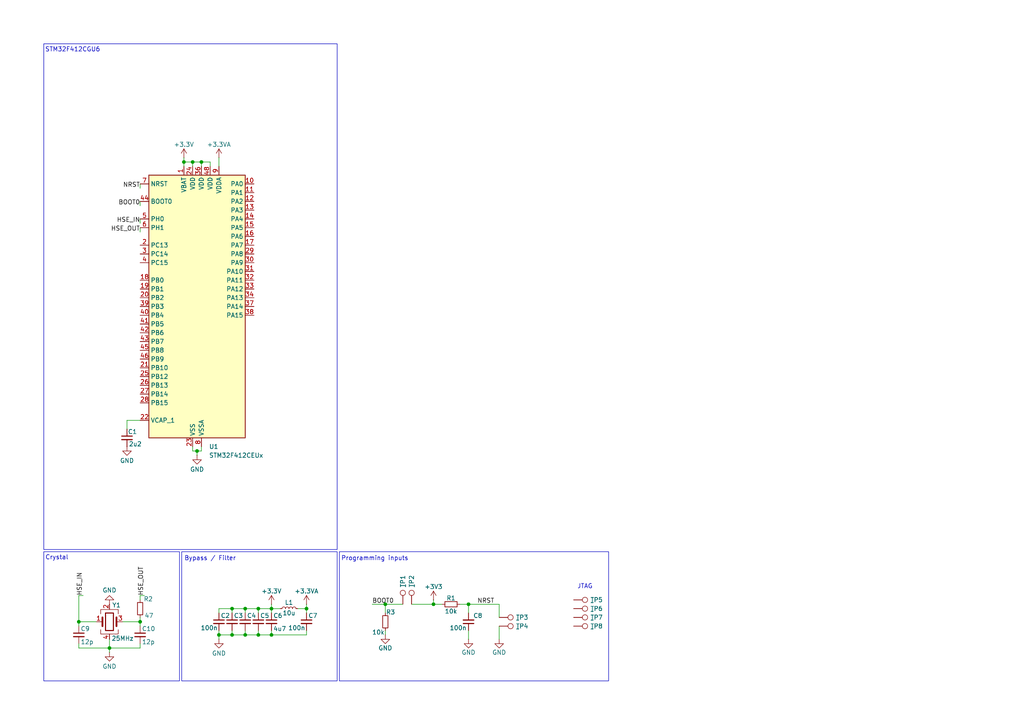
<source format=kicad_sch>
(kicad_sch (version 20231120) (generator "eeschema") (generator_version "8.0")
  (paper "A4")
  (lib_symbols
    (symbol "Connector:TestPoint" (pin_numbers hide) (pin_names (offset 0.762) hide)
      (property "Reference" "TP" (at 0 6.858 0))
      (property "Value" "TestPoint" (at 0 5.08 0))
      (symbol "TestPoint_0_1"
        (circle (center 0 3.302) (radius 0.762))
      )
      (symbol "TestPoint_1_1"
        (pin passive line (at 0 0 90) (length 2.54) (name "1") (number "1"))
      )
    )
    (symbol "Device:C_Small" (pin_numbers hide) (pin_names (offset 0.254) hide)
      (property "Reference" "C" (at 0.254 1.778 0))
      (property "Value" "C_Small" (at 0.254 -2.032 0))
      (symbol "C_Small_0_1"
        (polyline (pts (xy -1.524 -0.508) (xy 1.524 -0.508)) (stroke (width 0.3302)))
        (polyline (pts (xy -1.524 0.508) (xy 1.524 0.508)) (stroke (width 0.3048)))
      )
      (symbol "C_Small_1_1"
        (pin passive line (at 0 2.54 270) (length 2.032) (name "~") (number "1"))
        (pin passive line (at 0 -2.54 90) (length 2.032) (name "~") (number "2"))
      )
    )
    (symbol "Device:Crystal_GND24" (pin_names (offset 1.016) hide)
      (property "Reference" "Y" (at 3.175 5.08 0))
      (property "Value" "Crystal_GND24" (at 3.175 3.175 0))
      (symbol "Crystal_GND24_0_1"
        (rectangle (start -1.143 2.54) (end 1.143 -2.54) (stroke (width 0.3048)))
        (polyline (pts (xy -2.54 0) (xy -2.032 0)))
        (polyline (pts (xy -2.032 -1.27) (xy -2.032 1.27)) (stroke (width 0.508)))
        (polyline (pts (xy 0 -3.81) (xy 0 -3.556)))
        (polyline (pts (xy 0 3.556) (xy 0 3.81)))
        (polyline (pts (xy 2.032 -1.27) (xy 2.032 1.27)) (stroke (width 0.508)))
        (polyline (pts (xy 2.032 0) (xy 2.54 0)))
        (polyline (pts (xy -2.54 -2.286) (xy -2.54 -3.556) (xy 2.54 -3.556) (xy 2.54 -2.286)))
        (polyline (pts (xy -2.54 2.286) (xy -2.54 3.556) (xy 2.54 3.556) (xy 2.54 2.286)))
      )
      (symbol "Crystal_GND24_1_1"
        (pin passive line (at -3.81 0 0) (length 1.27) (name "1") (number "1"))
        (pin passive line (at 0 5.08 270) (length 1.27) (name "2") (number "2"))
        (pin passive line (at 3.81 0 180) (length 1.27) (name "3") (number "3"))
        (pin passive line (at 0 -5.08 90) (length 1.27) (name "4") (number "4"))
      )
    )
    (symbol "Device:L_Small" (pin_numbers hide) (pin_names (offset 0.254) hide)
      (property "Reference" "L" (at 0.762 1.016 0))
      (property "Value" "L_Small" (at 0.762 -1.016 0))
      (symbol "L_Small_0_1"
        (arc (start 0 -2.032) (mid 0.5058 -1.524) (end 0 -1.016))
        (arc (start 0 -1.016) (mid 0.5058 -0.508) (end 0 0))
        (arc (start 0 0) (mid 0.5058 0.508) (end 0 1.016))
        (arc (start 0 1.016) (mid 0.5058 1.524) (end 0 2.032))
      )
      (symbol "L_Small_1_1"
        (pin passive line (at 0 2.54 270) (length 0.508) (name "~") (number "1"))
        (pin passive line (at 0 -2.54 90) (length 0.508) (name "~") (number "2"))
      )
    )
    (symbol "Device:R_Small" (pin_numbers hide) (pin_names (offset 0.254) hide)
      (property "Reference" "R" (at 0.762 0.508 0))
      (property "Value" "R_Small" (at 0.762 -1.016 0))
      (symbol "R_Small_0_1"
        (rectangle (start -0.762 1.778) (end 0.762 -1.778) (stroke (width 0.2032)))
      )
      (symbol "R_Small_1_1"
        (pin passive line (at 0 2.54 270) (length 0.762) (name "~") (number "1"))
        (pin passive line (at 0 -2.54 90) (length 0.762) (name "~") (number "2"))
      )
    )
    (symbol "MCU_ST_STM32F4:STM32F412CEUx"
      (property "Reference" "U" (at -12.7 39.37 0))
      (property "Value" "STM32F412CEUx" (at 10.16 39.37 0))
      (symbol "STM32F412CEUx_0_1"
        (rectangle (start -12.7 -38.1) (end 15.24 38.1) (stroke (width 0.254)) (fill (type background)))
      )
      (symbol "STM32F412CEUx_1_1"
        (pin power_in line (at -2.54 40.64 270) (length 2.54) (name "VBAT") (number "1"))
        (pin bidirectional line (at 17.78 35.56 180) (length 2.54) (name "PA0") (number "10"))
        (pin bidirectional line (at 17.78 33.02 180) (length 2.54) (name "PA1") (number "11"))
        (pin bidirectional line (at 17.78 30.48 180) (length 2.54) (name "PA2") (number "12"))
        (pin bidirectional line (at 17.78 27.94 180) (length 2.54) (name "PA3") (number "13"))
        (pin bidirectional line (at 17.78 25.4 180) (length 2.54) (name "PA4") (number "14"))
        (pin bidirectional line (at 17.78 22.86 180) (length 2.54) (name "PA5") (number "15"))
        (pin bidirectional line (at 17.78 20.32 180) (length 2.54) (name "PA6") (number "16"))
        (pin bidirectional line (at 17.78 17.78 180) (length 2.54) (name "PA7") (number "17"))
        (pin bidirectional line (at -15.24 7.62 0) (length 2.54) (name "PB0") (number "18"))
        (pin bidirectional line (at -15.24 5.08 0) (length 2.54) (name "PB1") (number "19"))
        (pin bidirectional line (at -15.24 17.78 0) (length 2.54) (name "PC13") (number "2"))
        (pin bidirectional line (at -15.24 2.54 0) (length 2.54) (name "PB2") (number "20"))
        (pin bidirectional line (at -15.24 -17.78 0) (length 2.54) (name "PB10") (number "21"))
        (pin power_out line (at -15.24 -33.02 0) (length 2.54) (name "VCAP_1") (number "22"))
        (pin power_in line (at 0 -40.64 90) (length 2.54) (name "VSS") (number "23"))
        (pin power_in line (at 0 40.64 270) (length 2.54) (name "VDD") (number "24"))
        (pin bidirectional line (at -15.24 -20.32 0) (length 2.54) (name "PB12") (number "25"))
        (pin bidirectional line (at -15.24 -22.86 0) (length 2.54) (name "PB13") (number "26"))
        (pin bidirectional line (at -15.24 -25.4 0) (length 2.54) (name "PB14") (number "27"))
        (pin bidirectional line (at -15.24 -27.94 0) (length 2.54) (name "PB15") (number "28"))
        (pin bidirectional line (at 17.78 15.24 180) (length 2.54) (name "PA8") (number "29"))
        (pin bidirectional line (at -15.24 15.24 0) (length 2.54) (name "PC14") (number "3"))
        (pin bidirectional line (at 17.78 12.7 180) (length 2.54) (name "PA9") (number "30"))
        (pin bidirectional line (at 17.78 10.16 180) (length 2.54) (name "PA10") (number "31"))
        (pin bidirectional line (at 17.78 7.62 180) (length 2.54) (name "PA11") (number "32"))
        (pin bidirectional line (at 17.78 5.08 180) (length 2.54) (name "PA12") (number "33"))
        (pin bidirectional line (at 17.78 2.54 180) (length 2.54) (name "PA13") (number "34"))
        (pin passive line (at 0 -40.64 90) (length 2.54) hide (name "VSS") (number "35"))
        (pin power_in line (at 2.54 40.64 270) (length 2.54) (name "VDD") (number "36"))
        (pin bidirectional line (at 17.78 0 180) (length 2.54) (name "PA14") (number "37"))
        (pin bidirectional line (at 17.78 -2.54 180) (length 2.54) (name "PA15") (number "38"))
        (pin bidirectional line (at -15.24 0 0) (length 2.54) (name "PB3") (number "39"))
        (pin bidirectional line (at -15.24 12.7 0) (length 2.54) (name "PC15") (number "4"))
        (pin bidirectional line (at -15.24 -2.54 0) (length 2.54) (name "PB4") (number "40"))
        (pin bidirectional line (at -15.24 -5.08 0) (length 2.54) (name "PB5") (number "41"))
        (pin bidirectional line (at -15.24 -7.62 0) (length 2.54) (name "PB6") (number "42"))
        (pin bidirectional line (at -15.24 -10.16 0) (length 2.54) (name "PB7") (number "43"))
        (pin input line (at -15.24 30.48 0) (length 2.54) (name "BOOT0") (number "44"))
        (pin bidirectional line (at -15.24 -12.7 0) (length 2.54) (name "PB8") (number "45"))
        (pin bidirectional line (at -15.24 -15.24 0) (length 2.54) (name "PB9") (number "46"))
        (pin passive line (at 0 -40.64 90) (length 2.54) hide (name "VSS") (number "47"))
        (pin power_in line (at 5.08 40.64 270) (length 2.54) (name "VDD") (number "48"))
        (pin passive line (at 0 -40.64 90) (length 2.54) hide (name "VSS") (number "49"))
        (pin bidirectional line (at -15.24 25.4 0) (length 2.54) (name "PH0") (number "5"))
        (pin bidirectional line (at -15.24 22.86 0) (length 2.54) (name "PH1") (number "6"))
        (pin input line (at -15.24 35.56 0) (length 2.54) (name "NRST") (number "7"))
        (pin power_in line (at 2.54 -40.64 90) (length 2.54) (name "VSSA") (number "8"))
        (pin power_in line (at 7.62 40.64 270) (length 2.54) (name "VDDA") (number "9"))
      )
    )
    (symbol "power:+3.3V" (power) (pin_numbers hide) (pin_names (offset 0) hide)
      (property "Value" "+3.3V" (at 0 3.556 0))
      (symbol "+3.3V_0_1"
        (polyline (pts (xy -0.762 1.27) (xy 0 2.54)))
        (polyline (pts (xy 0 0) (xy 0 2.54)))
        (polyline (pts (xy 0 2.54) (xy 0.762 1.27)))
      )
      (symbol "+3.3V_1_1"
        (pin power_in line (at 0 0 90) (length 0) (name "~") (number "1"))
      )
    )
    (symbol "power:+3.3VA" (power) (pin_numbers hide) (pin_names (offset 0) hide)
      (property "Value" "+3.3VA" (at 0 3.556 0))
      (symbol "+3.3VA_0_1"
        (polyline (pts (xy -0.762 1.27) (xy 0 2.54)))
        (polyline (pts (xy 0 0) (xy 0 2.54)))
        (polyline (pts (xy 0 2.54) (xy 0.762 1.27)))
      )
      (symbol "+3.3VA_1_1"
        (pin power_in line (at 0 0 90) (length 0) (name "~") (number "1"))
      )
    )
    (symbol "power:+3V3" (power) (pin_numbers hide) (pin_names (offset 0) hide)
      (property "Value" "+3V3" (at 0 3.556 0))
      (symbol "+3V3_0_1"
        (polyline (pts (xy -0.762 1.27) (xy 0 2.54)))
        (polyline (pts (xy 0 0) (xy 0 2.54)))
        (polyline (pts (xy 0 2.54) (xy 0.762 1.27)))
      )
      (symbol "+3V3_1_1"
        (pin power_in line (at 0 0 90) (length 0) (name "~") (number "1"))
      )
    )
    (symbol "power:GND" (power) (pin_numbers hide) (pin_names (offset 0) hide)
      (property "Value" "GND" (at 0 -3.81 0))
      (symbol "GND_0_1"
        (polyline (pts (xy 0 0) (xy 0 -1.27) (xy 1.27 -1.27) (xy 0 -2.54) (xy -1.27 -1.27) (xy 0 -1.27)))
      )
      (symbol "GND_1_1"
        (pin power_in line (at 0 0 270) (length 0) (name "~") (number "1"))
      )
    )
  )
  (junction (at 78.74 184.15))
  (junction (at 74.93 176.53))
  (junction (at 125.73 175.26))
  (junction (at 55.88 46.99))
  (junction (at 67.31 184.15))
  (junction (at 78.74 176.53))
  (junction (at 88.9 176.53))
  (junction (at 71.12 184.15))
  (junction (at 74.93 184.15))
  (junction (at 71.12 176.53))
  (junction (at 22.86 180.34))
  (junction (at 135.89 175.26))
  (junction (at 67.31 176.53))
  (junction (at 53.34 46.99))
  (junction (at 111.76 175.26))
  (junction (at 58.42 46.99))
  (junction (at 57.15 130.81))
  (junction (at 63.5 184.15))
  (junction (at 40.64 180.34))
  (junction (at 31.75 187.96))
  (wire (pts (xy 40.64 187.96) (xy 40.64 186.69)))
  (wire (pts (xy 63.5 182.88) (xy 63.5 184.15)))
  (wire (pts (xy 107.95 175.26) (xy 111.76 175.26)))
  (wire (pts (xy 40.64 172.72) (xy 40.64 173.99)))
  (wire (pts (xy 55.88 46.99) (xy 58.42 46.99)))
  (wire (pts (xy 31.75 187.96) (xy 40.64 187.96)))
  (wire (pts (xy 74.93 176.53) (xy 71.12 176.53)))
  (wire (pts (xy 111.76 175.26) (xy 116.84 175.26)))
  (wire (pts (xy 133.35 175.26) (xy 135.89 175.26)))
  (wire (pts (xy 63.5 176.53) (xy 63.5 177.8)))
  (wire (pts (xy 67.31 176.53) (xy 63.5 176.53)))
  (wire (pts (xy 63.5 45.72) (xy 63.5 48.26)))
  (wire (pts (xy 78.74 176.53) (xy 74.93 176.53)))
  (wire (pts (xy 88.9 176.53) (xy 88.9 175.26)))
  (wire (pts (xy 135.89 182.88) (xy 135.89 185.42)))
  (wire (pts (xy 88.9 184.15) (xy 88.9 182.88)))
  (wire (pts (xy 31.75 189.23) (xy 31.75 187.96)))
  (wire (pts (xy 57.15 130.81) (xy 55.88 130.81)))
  (wire (pts (xy 40.64 59.69) (xy 40.64 58.42)))
  (wire (pts (xy 78.74 184.15) (xy 78.74 182.88)))
  (wire (pts (xy 135.89 175.26) (xy 135.89 177.8)))
  (wire (pts (xy 53.34 45.72) (xy 53.34 46.99)))
  (wire (pts (xy 67.31 182.88) (xy 67.31 184.15)))
  (wire (pts (xy 71.12 182.88) (xy 71.12 184.15)))
  (wire (pts (xy 36.83 124.46) (xy 36.83 121.92)))
  (wire (pts (xy 125.73 173.99) (xy 125.73 175.26)))
  (wire (pts (xy 111.76 182.88) (xy 111.76 184.15)))
  (wire (pts (xy 58.42 46.99) (xy 58.42 48.26)))
  (wire (pts (xy 40.64 54.61) (xy 40.64 53.34)))
  (wire (pts (xy 57.15 130.81) (xy 58.42 130.81)))
  (wire (pts (xy 135.89 175.26) (xy 144.78 175.26)))
  (wire (pts (xy 40.64 67.31) (xy 40.64 66.04)))
  (wire (pts (xy 111.76 175.26) (xy 111.76 177.8)))
  (wire (pts (xy 78.74 176.53) (xy 78.74 177.8)))
  (wire (pts (xy 63.5 184.15) (xy 67.31 184.15)))
  (wire (pts (xy 71.12 176.53) (xy 71.12 177.8)))
  (wire (pts (xy 125.73 175.26) (xy 128.27 175.26)))
  (wire (pts (xy 78.74 175.26) (xy 78.74 176.53)))
  (wire (pts (xy 35.56 180.34) (xy 40.64 180.34)))
  (wire (pts (xy 74.93 184.15) (xy 78.74 184.15)))
  (wire (pts (xy 55.88 46.99) (xy 55.88 48.26)))
  (wire (pts (xy 86.36 176.53) (xy 88.9 176.53)))
  (wire (pts (xy 22.86 180.34) (xy 22.86 181.61)))
  (wire (pts (xy 78.74 184.15) (xy 88.9 184.15)))
  (wire (pts (xy 27.94 180.34) (xy 22.86 180.34)))
  (wire (pts (xy 57.15 132.08) (xy 57.15 130.81)))
  (wire (pts (xy 53.34 46.99) (xy 55.88 46.99)))
  (wire (pts (xy 22.86 187.96) (xy 31.75 187.96)))
  (wire (pts (xy 60.96 46.99) (xy 60.96 48.26)))
  (wire (pts (xy 88.9 176.53) (xy 88.9 177.8)))
  (wire (pts (xy 40.64 179.07) (xy 40.64 180.34)))
  (wire (pts (xy 40.64 180.34) (xy 40.64 181.61)))
  (wire (pts (xy 74.93 182.88) (xy 74.93 184.15)))
  (wire (pts (xy 22.86 186.69) (xy 22.86 187.96)))
  (wire (pts (xy 67.31 176.53) (xy 67.31 177.8)))
  (wire (pts (xy 36.83 121.92) (xy 40.64 121.92)))
  (wire (pts (xy 71.12 176.53) (xy 67.31 176.53)))
  (wire (pts (xy 63.5 185.42) (xy 63.5 184.15)))
  (wire (pts (xy 144.78 181.61) (xy 144.78 185.42)))
  (wire (pts (xy 31.75 185.42) (xy 31.75 187.96)))
  (wire (pts (xy 58.42 46.99) (xy 60.96 46.99)))
  (wire (pts (xy 125.73 175.26) (xy 119.38 175.26)))
  (wire (pts (xy 67.31 184.15) (xy 71.12 184.15)))
  (wire (pts (xy 144.78 175.26) (xy 144.78 179.07)))
  (wire (pts (xy 53.34 46.99) (xy 53.34 48.26)))
  (wire (pts (xy 58.42 130.81) (xy 58.42 129.54)))
  (wire (pts (xy 71.12 184.15) (xy 74.93 184.15)))
  (wire (pts (xy 40.64 64.77) (xy 40.64 63.5)))
  (wire (pts (xy 41.91 172.72) (xy 40.64 172.72)))
  (wire (pts (xy 55.88 130.81) (xy 55.88 129.54)))
  (wire (pts (xy 78.74 176.53) (xy 81.28 176.53)))
  (wire (pts (xy 24.13 172.72) (xy 22.86 172.72)))
  (wire (pts (xy 22.86 172.72) (xy 22.86 180.34)))
  (wire (pts (xy 74.93 176.53) (xy 74.93 177.8)))
  (rectangle (start 52.705 160.02) (end 97.79 197.485))
  (rectangle (start 12.7 160.02) (end 52.07 197.485))
  (rectangle (start 12.7 12.7) (end 97.79 159.385))
  (rectangle (start 98.425 160.02) (end 176.53 197.485))
  (text "STM32F412CGU6" (at 21.082 14.478 0) (effects (font (size 1.27 1.27))))
  (text "Bypass / Filter" (at 60.96 162.052 0) (effects (font (size 1.27 1.27))))
  (text "Programming inputs" (at 108.712 162.052 0) (effects (font (size 1.27 1.27))))
  (text "Crystal" (at 16.51 161.798 0) (effects (font (size 1.27 1.27))))
  (text "JTAG" (at 169.672 170.18 0) (effects (font (size 1.27 1.27))))
  (label "HSE_IN" (at 40.64 64.77 180))
  (label "BOOT0" (at 40.64 59.69 180))
  (label "BOOT0" (at 107.95 175.26 0))
  (label "NRST" (at 138.43 175.26 0))
  (label "HSE_OUT" (at 41.91 172.72 90))
  (label "HSE_OUT" (at 40.64 67.31 180))
  (label "NRST" (at 40.64 54.61 180))
  (label "HSE_IN" (at 24.13 172.72 90))
  (symbol (lib_id "Device:C_Small") (at 88.9 180.34 0) (unit 1)
    (property "Reference" "C7" (at 89.408 178.562 0) (effects (justify left)))
    (property "Value" "100n" (at 83.566 182.118 0) (effects (justify left)))
    (property "Footprint" "Capacitor_SMD:C_0603_1608Metric" (effects (hide yes)))
    (property "Description" "Unpolarized capacitor, small symbol" (effects (hide yes)))
  )
  (symbol (lib_id "Device:R_Small") (at 40.64 176.53 0) (unit 1)
    (property "Reference" "R2" (at 41.656 173.736 0) (effects (justify left)))
    (property "Value" "47" (at 41.91 178.562 0) (effects (justify left)))
    (property "Footprint" "Resistor_SMD:R_0603_1608Metric" (effects (hide yes)))
    (property "Description" "Resistor, small symbol" (effects (hide yes)))
    (property "LCSC" "C25118" (effects (hide yes)))
  )
  (symbol (lib_id "Device:C_Small") (at 22.86 184.15 0) (unit 1)
    (property "Reference" "C9" (at 23.368 182.372 0) (effects (justify left)))
    (property "Value" "12p" (at 23.368 186.182 0) (effects (justify left)))
    (property "Footprint" "Capacitor_SMD:C_0603_1608Metric" (effects (hide yes)))
    (property "Description" "Unpolarized capacitor, small symbol" (effects (hide yes)))
  )
  (symbol (lib_id "power:+3.3VA") (at 63.5 45.72 0) (unit 1)
    (property "Reference" "#PWR02" (effects (hide yes)))
    (property "Value" "+3.3VA" (at 63.5 41.91 0))
    (property "Description" "Power symbol creates a global label with name \"+3.3VA\"" (effects (hide yes)))
  )
  (symbol (lib_id "power:+3.3V") (at 78.74 175.26 0) (unit 1)
    (property "Reference" "#PWR07" (effects (hide yes)))
    (property "Value" "+3.3V" (at 78.74 171.45 0))
    (property "Description" "Power symbol creates a global label with name \"+3.3V\"" (effects (hide yes)))
  )
  (symbol (lib_id "Device:L_Small") (at 83.82 176.53 90) (unit 1)
    (property "Reference" "L1" (at 83.82 174.752 90))
    (property "Value" "10u" (at 83.82 177.8 90))
    (property "Footprint" "Inductor_SMD:L_0805_2012Metric" (effects (hide yes)))
    (property "Description" "Inductor, small symbol" (effects (hide yes)))
  )
  (symbol (lib_id "Device:C_Small") (at 67.31 180.34 0) (unit 1)
    (property "Reference" "C3" (at 67.818 178.562 0) (effects (justify left)))
    (property "Value" "100n" (effects (hide yes)))
    (property "Footprint" "Capacitor_SMD:C_0603_1608Metric" (effects (hide yes)))
    (property "Description" "Unpolarized capacitor, small symbol" (effects (hide yes)))
  )
  (symbol (lib_id "Connector:TestPoint") (at 166.37 176.53 270) (unit 1)
    (property "Reference" "TP6" (at 171.196 176.53 90) (effects (justify left)))
    (property "Value" "~" (at 171.196 177.292 90) (effects (justify left)))
    (property "Footprint" "TestPoint:TestPoint_Pad_D1.0mm" (effects (hide yes)))
    (property "Description" "test point" (effects (hide yes)))
  )
  (symbol (lib_id "Device:R_Small") (at 130.81 175.26 90) (unit 1)
    (property "Reference" "R1" (at 130.81 173.482 90))
    (property "Value" "10k" (at 130.81 177.292 90))
    (property "Footprint" "Resistor_SMD:R_0603_1608Metric" (effects (hide yes)))
    (property "Description" "Resistor, small symbol" (effects (hide yes)))
  )
  (symbol (lib_id "power:+3.3V") (at 53.34 45.72 0) (unit 1)
    (property "Reference" "#PWR01" (effects (hide yes)))
    (property "Value" "+3.3V" (at 53.34 41.91 0))
    (property "Description" "Power symbol creates a global label with name \"+3.3V\"" (effects (hide yes)))
  )
  (symbol (lib_id "Connector:TestPoint") (at 116.84 175.26 0) (unit 1)
    (property "Reference" "TP1" (at 116.84 170.434 90) (effects (justify left)))
    (property "Value" "~" (at 117.602 170.434 90) (effects (justify left)))
    (property "Footprint" "TestPoint:TestPoint_Pad_D1.0mm" (effects (hide yes)))
    (property "Description" "test point" (effects (hide yes)))
  )
  (symbol (lib_id "power:+3.3VA") (at 88.9 175.26 0) (unit 1)
    (property "Reference" "#PWR08" (effects (hide yes)))
    (property "Value" "+3.3VA" (at 88.9 171.45 0))
    (property "Description" "Power symbol creates a global label with name \"+3.3VA\"" (effects (hide yes)))
  )
  (symbol (lib_id "Connector:TestPoint") (at 166.37 181.61 270) (unit 1)
    (property "Reference" "TP8" (at 171.196 181.61 90) (effects (justify left)))
    (property "Value" "~" (at 171.196 182.372 90) (effects (justify left)))
    (property "Footprint" "TestPoint:TestPoint_Pad_D1.0mm" (effects (hide yes)))
    (property "Description" "test point" (effects (hide yes)))
  )
  (symbol (lib_id "Connector:TestPoint") (at 119.38 175.26 0) (unit 1)
    (property "Reference" "TP2" (at 119.38 170.434 90) (effects (justify left)))
    (property "Value" "~" (at 120.142 170.434 90) (effects (justify left)))
    (property "Footprint" "TestPoint:TestPoint_Pad_D1.0mm" (effects (hide yes)))
    (property "Description" "test point" (effects (hide yes)))
  )
  (symbol (lib_id "Device:C_Small") (at 40.64 184.15 0) (unit 1)
    (property "Reference" "C10" (at 41.148 182.372 0) (effects (justify left)))
    (property "Value" "12p" (at 41.148 186.182 0) (effects (justify left)))
    (property "Footprint" "Capacitor_SMD:C_0603_1608Metric" (effects (hide yes)))
    (property "Description" "Unpolarized capacitor, small symbol" (effects (hide yes)))
  )
  (symbol (lib_id "Device:C_Small") (at 135.89 180.34 180) (unit 1)
    (property "Reference" "C8" (at 139.954 178.562 0) (effects (justify left)))
    (property "Value" "100n" (at 135.382 182.118 0) (effects (justify left)))
    (property "Footprint" "Capacitor_SMD:C_0603_1608Metric" (effects (hide yes)))
    (property "Description" "Unpolarized capacitor, small symbol" (effects (hide yes)))
  )
  (symbol (lib_id "power:GND") (at 63.5 185.42 0) (unit 1)
    (property "Reference" "#PWR010" (effects (hide yes)))
    (property "Value" "GND" (at 63.5 189.484 0))
    (property "Description" "Power symbol creates a global label with name \"GND\" , ground" (effects (hide yes)))
  )
  (symbol (lib_id "power:+3V3") (at 125.73 173.99 0) (mirror y) (unit 1)
    (property "Reference" "#PWR05" (effects (hide yes)))
    (property "Value" "+3V3" (at 125.73 170.18 0))
    (property "Description" "Power symbol creates a global label with name \"+3V3\"" (effects (hide yes)))
  )
  (symbol (lib_id "power:GND") (at 36.83 129.54 0) (unit 1)
    (property "Reference" "#PWR03" (effects (hide yes)))
    (property "Value" "GND" (at 36.83 133.604 0))
    (property "Description" "Power symbol creates a global label with name \"GND\" , ground" (effects (hide yes)))
  )
  (symbol (lib_id "Device:C_Small") (at 74.93 180.34 0) (unit 1)
    (property "Reference" "C5" (at 75.438 178.562 0) (effects (justify left)))
    (property "Value" "100n" (effects (hide yes)))
    (property "Footprint" "Capacitor_SMD:C_0603_1608Metric" (effects (hide yes)))
    (property "Description" "Unpolarized capacitor, small symbol" (effects (hide yes)))
  )
  (symbol (lib_id "power:GND") (at 57.15 132.08 0) (unit 1)
    (property "Reference" "#PWR04" (effects (hide yes)))
    (property "Value" "GND" (at 57.15 136.144 0))
    (property "Description" "Power symbol creates a global label with name \"GND\" , ground" (effects (hide yes)))
  )
  (symbol (lib_id "Device:Crystal_GND24") (at 31.75 180.34 0) (unit 1)
    (property "Reference" "Y1" (at 33.782 175.514 0))
    (property "Value" "25MHz" (at 35.56 185.166 0))
    (property "Footprint" "Crystal:Crystal_SMD_3225-4Pin_3.2x2.5mm" (effects (hide yes)))
    (property "Description" "Four pin crystal, GND on pins 2 and 4" (effects (hide yes)))
  )
  (symbol (lib_id "power:GND") (at 31.75 175.26 180) (unit 1)
    (property "Reference" "#PWR06" (effects (hide yes)))
    (property "Value" "GND" (at 31.75 171.196 0))
    (property "Description" "Power symbol creates a global label with name \"GND\" , ground" (effects (hide yes)))
  )
  (symbol (lib_id "power:GND") (at 144.78 185.42 0) (unit 1)
    (property "Reference" "#PWR012" (effects (hide yes)))
    (property "Value" "GND" (at 144.78 189.23 0))
    (property "Description" "Power symbol creates a global label with name \"GND\" , ground" (effects (hide yes)))
  )
  (symbol (lib_id "Connector:TestPoint") (at 144.78 179.07 270) (unit 1)
    (property "Reference" "TP3" (at 149.606 179.07 90) (effects (justify left)))
    (property "Value" "~" (at 149.606 179.832 90) (effects (justify left)))
    (property "Footprint" "TestPoint:TestPoint_Pad_D1.0mm" (effects (hide yes)))
    (property "Description" "test point" (effects (hide yes)))
  )
  (symbol (lib_id "Connector:TestPoint") (at 166.37 173.99 270) (unit 1)
    (property "Reference" "TP5" (at 171.196 173.99 90) (effects (justify left)))
    (property "Value" "~" (at 171.196 174.752 90) (effects (justify left)))
    (property "Footprint" "TestPoint:TestPoint_Pad_D1.0mm" (effects (hide yes)))
    (property "Description" "test point" (effects (hide yes)))
  )
  (symbol (lib_id "power:GND") (at 135.89 185.42 0) (unit 1)
    (property "Reference" "#PWR011" (effects (hide yes)))
    (property "Value" "GND" (at 135.89 189.23 0))
    (property "Description" "Power symbol creates a global label with name \"GND\" , ground" (effects (hide yes)))
  )
  (symbol (lib_id "Connector:TestPoint") (at 144.78 181.61 270) (unit 1)
    (property "Reference" "TP4" (at 149.606 181.61 90) (effects (justify left)))
    (property "Value" "~" (at 149.606 182.372 90) (effects (justify left)))
    (property "Footprint" "TestPoint:TestPoint_Pad_D1.0mm" (effects (hide yes)))
    (property "Description" "test point" (effects (hide yes)))
  )
  (symbol (lib_id "MCU_ST_STM32F4:STM32F412CEUx") (at 55.88 88.9 0) (unit 1)
    (property "Reference" "U1" (at 60.6141 129.54 0) (effects (justify left)))
    (property "Value" "STM32F412CEUx" (at 60.6141 132.08 0) (effects (justify left)))
    (property "Footprint" "Package_DFN_QFN:QFN-48-1EP_7x7mm_P0.5mm_EP5.6x5.6mm" (effects (hide yes)))
    (property "Datasheet" "https://www.st.com/resource/en/datasheet/stm32f412ce.pdf" (effects (hide yes)))
    (property "Description" "STMicroelectronics Arm Cortex-M4 MCU, 512KB flash, 256KB RAM, 100 MHz, 1.7-3.6V, 36 GPIO, UFQFPN48" (effects (hide yes)))
  )
  (symbol (lib_id "Connector:TestPoint") (at 166.37 179.07 270) (unit 1)
    (property "Reference" "TP7" (at 171.196 179.07 90) (effects (justify left)))
    (property "Value" "~" (at 171.196 179.832 90) (effects (justify left)))
    (property "Footprint" "TestPoint:TestPoint_Pad_D1.0mm" (effects (hide yes)))
    (property "Description" "test point" (effects (hide yes)))
  )
  (symbol (lib_id "power:GND") (at 31.75 189.23 0) (unit 1)
    (property "Reference" "#PWR013" (effects (hide yes)))
    (property "Value" "GND" (at 31.75 193.294 0))
    (property "Description" "Power symbol creates a global label with name \"GND\" , ground" (effects (hide yes)))
  )
  (symbol (lib_id "Device:C_Small") (at 71.12 180.34 0) (unit 1)
    (property "Reference" "C4" (at 71.628 178.562 0) (effects (justify left)))
    (property "Value" "100n" (effects (hide yes)))
    (property "Footprint" "Capacitor_SMD:C_0603_1608Metric" (effects (hide yes)))
    (property "Description" "Unpolarized capacitor, small symbol" (effects (hide yes)))
  )
  (symbol (lib_id "power:GND") (at 111.76 184.15 0) (unit 1)
    (property "Reference" "#PWR09" (effects (hide yes)))
    (property "Value" "GND" (at 111.76 187.96 0))
    (property "Description" "Power symbol creates a global label with name \"GND\" , ground" (effects (hide yes)))
  )
  (symbol (lib_id "Device:C_Small") (at 78.74 180.34 0) (unit 1)
    (property "Reference" "C6" (at 79.248 178.562 0) (effects (justify left)))
    (property "Value" "4u7" (at 79.248 182.372 0) (effects (justify left)))
    (property "Footprint" "Capacitor_SMD:C_0603_1608Metric" (effects (hide yes)))
    (property "Description" "Unpolarized capacitor, small symbol" (effects (hide yes)))
  )
  (symbol (lib_id "Device:C_Small") (at 36.83 127 0) (unit 1)
    (property "Reference" "C1" (at 37.084 125.222 0) (effects (justify left)))
    (property "Value" "2u2" (at 37.338 128.778 0) (effects (justify left)))
    (property "Footprint" "Capacitor_SMD:C_0603_1608Metric" (effects (hide yes)))
    (property "Datasheet" "https://www.lcsc.com/datasheet/lcsc_datasheet_2304140030_TDK-C1005X6S0G225MTJ00F_C343040.pdf" (effects (hide yes)))
    (property "Description" "TDK C1005X6S0G225MTJ00F" (effects (hide yes)))
    (property "LCSC" "C12530" (effects (hide yes)))
  )
  (symbol (lib_id "Device:R_Small") (at 111.76 180.34 0) (unit 1)
    (property "Reference" "R3" (at 113.284 177.546 0))
    (property "Value" "10k" (at 109.728 183.388 0))
    (property "Footprint" "Resistor_SMD:R_0603_1608Metric" (effects (hide yes)))
    (property "Description" "Resistor, small symbol" (effects (hide yes)))
  )
  (symbol (lib_id "Device:C_Small") (at 63.5 180.34 0) (unit 1)
    (property "Reference" "C2" (at 64.008 178.562 0) (effects (justify left)))
    (property "Value" "100n" (at 58.166 182.118 0) (effects (justify left)))
    (property "Footprint" "Capacitor_SMD:C_0603_1608Metric" (effects (hide yes)))
    (property "Description" "Unpolarized capacitor, small symbol" (effects (hide yes)))
  )
)
</source>
